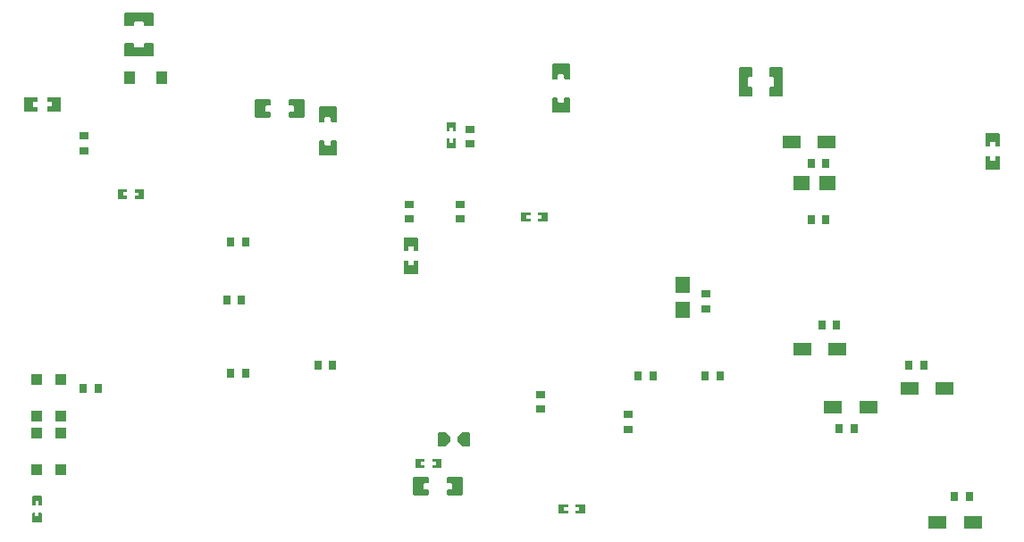
<source format=gbp>
G04 Layer: BottomPasteMaskLayer*
G04 EasyEDA Pro v2.2.42.2, 2025-09-26 15:24:21*
G04 Gerber Generator version 0.3*
G04 Scale: 100 percent, Rotated: No, Reflected: No*
G04 Dimensions in millimeters*
G04 Leading zeros omitted, absolute positions, 4 integers and 5 decimals*
G04 Generated by one-click*
%FSLAX45Y45*%
%MOMM*%
%ADD10R,0.8X0.9*%
%ADD11R,0.9X0.8*%
%ADD12R,1.7575X1.29601*%
%ADD13R,1.5X1.3589*%
%ADD14R,1.3589X1.5*%
%ADD15R,1.0X1.2*%
%ADD16R,1.0091X1.1*%
%ADD17R,1.0X1.1*%
G75*


G04 PolygonModel Start*
G36*
G01X4280400Y-3207702D02*
G01X4152402Y-3207702D01*
G01X4147401Y-3212704D01*
G01X4147401Y-3327705D01*
G01X4152402Y-3332704D01*
G01X4193405Y-3333206D01*
G01X4193405Y-3288205D01*
G01X4238404Y-3288205D01*
G01X4238404Y-3332206D01*
G01X4280400Y-3332704D01*
G01X4285402Y-3327705D01*
G01X4285402Y-3212704D01*
G01X4280400Y-3207702D01*
G37*
G36*
G01X4152400Y-3548697D02*
G01X4280398Y-3548697D01*
G01X4285399Y-3543696D01*
G01X4285399Y-3428695D01*
G01X4280398Y-3423696D01*
G01X4239395Y-3423194D01*
G01X4239395Y-3468195D01*
G01X4194396Y-3468195D01*
G01X4194396Y-3424194D01*
G01X4152400Y-3423696D01*
G01X4147398Y-3428695D01*
G01X4147398Y-3543696D01*
G01X4152400Y-3548697D01*
G37*
G36*
G01X5562399Y-1705699D02*
G01X5599425Y-1705699D01*
G01X5609425Y-1695699D01*
G01X5609425Y-1665209D01*
G01X5619425Y-1655209D01*
G01X5658175Y-1655209D01*
G01X5668175Y-1665209D01*
G01X5668175Y-1695699D01*
G01X5678175Y-1705699D01*
G01X5715201Y-1705699D01*
G01X5725201Y-1695699D01*
G01X5725201Y-1567200D01*
G01X5715201Y-1557200D01*
G01X5562399Y-1557200D01*
G01X5552399Y-1567200D01*
G01X5552399Y-1695699D01*
G01X5562399Y-1705699D01*
G37*
G36*
G01X5562399Y-1875701D02*
G01X5599425Y-1875701D01*
G01X5609425Y-1885701D01*
G01X5609425Y-1916191D01*
G01X5619425Y-1926191D01*
G01X5658175Y-1926191D01*
G01X5668175Y-1916191D01*
G01X5668175Y-1885701D01*
G01X5678175Y-1875701D01*
G01X5715201Y-1875701D01*
G01X5725201Y-1885701D01*
G01X5725201Y-2014200D01*
G01X5715201Y-2024200D01*
G01X5562399Y-2024200D01*
G01X5552399Y-2014200D01*
G01X5552399Y-1885701D01*
G01X5562399Y-1875701D01*
G37*
G36*
G01X5265298Y-2964901D02*
G01X5345298Y-2964901D01*
G01X5350299Y-2969903D01*
G01X5350299Y-2992699D01*
G01X5313299Y-2992699D01*
G01X5313299Y-3025699D01*
G01X5350299Y-3025699D01*
G01X5350299Y-3049902D01*
G01X5345298Y-3054901D01*
G01X5265298Y-3054901D01*
G01X5260299Y-3049902D01*
G01X5260299Y-2969903D01*
G01X5265298Y-2964901D01*
G37*
G36*
G01X5504302Y-3054899D02*
G01X5424302Y-3054899D01*
G01X5419301Y-3049897D01*
G01X5419301Y-3027101D01*
G01X5456301Y-3027101D01*
G01X5456301Y-2994101D01*
G01X5419301Y-2994101D01*
G01X5419301Y-2969898D01*
G01X5424302Y-2964899D01*
G01X5504302Y-2964899D01*
G01X5509301Y-2969898D01*
G01X5509301Y-3049897D01*
G01X5504302Y-3054899D01*
G37*
G36*
G01X4642399Y-2115698D02*
G01X4642399Y-2195698D01*
G01X4637397Y-2200699D01*
G01X4614601Y-2200699D01*
G01X4614601Y-2163699D01*
G01X4581601Y-2163699D01*
G01X4581601Y-2200699D01*
G01X4557398Y-2200699D01*
G01X4552399Y-2195698D01*
G01X4552399Y-2115698D01*
G01X4557398Y-2110699D01*
G01X4637397Y-2110699D01*
G01X4642399Y-2115698D01*
G37*
G36*
G01X4552401Y-2354702D02*
G01X4552401Y-2274702D01*
G01X4557403Y-2269701D01*
G01X4580199Y-2269701D01*
G01X4580199Y-2306701D01*
G01X4613199Y-2306701D01*
G01X4613199Y-2269701D01*
G01X4637402Y-2269701D01*
G01X4642401Y-2274702D01*
G01X4642401Y-2354702D01*
G01X4637402Y-2359701D01*
G01X4557403Y-2359701D01*
G01X4552401Y-2354702D01*
G37*
G36*
G01X5859902Y-5823499D02*
G01X5779902Y-5823499D01*
G01X5774901Y-5818497D01*
G01X5774901Y-5795701D01*
G01X5811901Y-5795701D01*
G01X5811901Y-5762701D01*
G01X5774901Y-5762701D01*
G01X5774901Y-5738498D01*
G01X5779902Y-5733499D01*
G01X5859902Y-5733499D01*
G01X5864901Y-5738498D01*
G01X5864901Y-5818497D01*
G01X5859902Y-5823499D01*
G37*
G36*
G01X5620898Y-5733501D02*
G01X5700898Y-5733501D01*
G01X5705899Y-5738503D01*
G01X5705899Y-5761299D01*
G01X5668899Y-5761299D01*
G01X5668899Y-5794299D01*
G01X5705899Y-5794299D01*
G01X5705899Y-5818502D01*
G01X5700898Y-5823501D01*
G01X5620898Y-5823501D01*
G01X5615899Y-5818502D01*
G01X5615899Y-5738503D01*
G01X5620898Y-5733501D01*
G37*
G36*
G01X628101Y-5898002D02*
G01X628101Y-5818002D01*
G01X633103Y-5813001D01*
G01X655899Y-5813001D01*
G01X655899Y-5850001D01*
G01X688899Y-5850001D01*
G01X688899Y-5813001D01*
G01X713102Y-5813001D01*
G01X718101Y-5818002D01*
G01X718101Y-5898002D01*
G01X713102Y-5903001D01*
G01X633103Y-5903001D01*
G01X628101Y-5898002D01*
G37*
G36*
G01X718099Y-5658998D02*
G01X718099Y-5738998D01*
G01X713097Y-5743999D01*
G01X690301Y-5743999D01*
G01X690301Y-5706999D01*
G01X657301Y-5706999D01*
G01X657301Y-5743999D01*
G01X633098Y-5743999D01*
G01X628099Y-5738998D01*
G01X628099Y-5658998D01*
G01X633098Y-5653999D01*
G01X713097Y-5653999D01*
G01X718099Y-5658998D01*
G37*
G36*
G01X3505401Y-2282101D02*
G01X3468375Y-2282101D01*
G01X3458375Y-2292101D01*
G01X3458375Y-2322591D01*
G01X3448375Y-2332591D01*
G01X3409625Y-2332591D01*
G01X3399625Y-2322591D01*
G01X3399625Y-2292101D01*
G01X3389625Y-2282101D01*
G01X3352599Y-2282101D01*
G01X3342599Y-2292101D01*
G01X3342599Y-2420600D01*
G01X3352599Y-2430600D01*
G01X3505401Y-2430600D01*
G01X3515401Y-2420600D01*
G01X3515401Y-2292101D01*
G01X3505401Y-2282101D01*
G37*
G36*
G01X3505401Y-2112099D02*
G01X3468375Y-2112099D01*
G01X3458375Y-2102099D01*
G01X3458375Y-2071609D01*
G01X3448375Y-2061609D01*
G01X3409625Y-2061609D01*
G01X3399625Y-2071609D01*
G01X3399625Y-2102099D01*
G01X3389625Y-2112099D01*
G01X3352599Y-2112099D01*
G01X3342599Y-2102099D01*
G01X3342599Y-1973600D01*
G01X3352599Y-1963600D01*
G01X3505401Y-1963600D01*
G01X3515401Y-1973600D01*
G01X3515401Y-2102099D01*
G01X3505401Y-2112099D01*
G37*
G36*
G01X3056801Y-1904799D02*
G01X3056801Y-1941825D01*
G01X3066801Y-1951825D01*
G01X3097291Y-1951825D01*
G01X3107291Y-1961825D01*
G01X3107291Y-2000575D01*
G01X3097291Y-2010575D01*
G01X3066801Y-2010575D01*
G01X3056801Y-2020575D01*
G01X3056801Y-2057601D01*
G01X3066801Y-2067601D01*
G01X3195300Y-2067601D01*
G01X3205300Y-2057601D01*
G01X3205300Y-1904799D01*
G01X3195300Y-1894799D01*
G01X3066801Y-1894799D01*
G01X3056801Y-1904799D01*
G37*
G36*
G01X2886799Y-1904799D02*
G01X2886799Y-1941825D01*
G01X2876799Y-1951825D01*
G01X2846309Y-1951825D01*
G01X2836309Y-1961825D01*
G01X2836309Y-2000575D01*
G01X2846309Y-2010575D01*
G01X2876799Y-2010575D01*
G01X2886799Y-2020575D01*
G01X2886799Y-2057601D01*
G01X2876799Y-2067601D01*
G01X2748300Y-2067601D01*
G01X2738300Y-2057601D01*
G01X2738300Y-1904799D01*
G01X2748300Y-1894799D01*
G01X2876799Y-1894799D01*
G01X2886799Y-1904799D01*
G37*
G36*
G01X4385399Y-5639001D02*
G01X4385399Y-5601975D01*
G01X4375399Y-5591975D01*
G01X4344909Y-5591975D01*
G01X4334909Y-5581975D01*
G01X4334909Y-5543225D01*
G01X4344909Y-5533225D01*
G01X4375399Y-5533225D01*
G01X4385399Y-5523225D01*
G01X4385399Y-5486199D01*
G01X4375399Y-5476199D01*
G01X4246900Y-5476199D01*
G01X4236900Y-5486199D01*
G01X4236900Y-5639001D01*
G01X4246900Y-5649001D01*
G01X4375399Y-5649001D01*
G01X4385399Y-5639001D01*
G37*
G36*
G01X4555401Y-5639001D02*
G01X4555401Y-5601975D01*
G01X4565401Y-5591975D01*
G01X4595891Y-5591975D01*
G01X4605891Y-5581975D01*
G01X4605891Y-5543225D01*
G01X4595891Y-5533225D01*
G01X4565401Y-5533225D01*
G01X4555401Y-5523225D01*
G01X4555401Y-5486199D01*
G01X4565401Y-5476199D01*
G01X4693900Y-5476199D01*
G01X4703900Y-5486199D01*
G01X4703900Y-5639001D01*
G01X4693900Y-5649001D01*
G01X4565401Y-5649001D01*
G01X4555401Y-5639001D01*
G37*
G36*
G01X4658799Y-5140124D02*
G01X4658799Y-5096063D01*
G01X4697306Y-5049248D01*
G01X4766053Y-5049248D01*
G01X4776053Y-5059248D01*
G01X4776053Y-5176944D01*
G01X4766053Y-5186944D01*
G01X4697306Y-5186944D01*
G01X4658799Y-5140124D01*
G37*
G36*
G01X4586801Y-5140124D02*
G01X4586801Y-5096063D01*
G01X4548294Y-5049248D01*
G01X4479547Y-5049248D01*
G01X4469547Y-5059248D01*
G01X4469547Y-5176944D01*
G01X4479547Y-5186944D01*
G01X4548294Y-5186944D01*
G01X4586801Y-5140124D01*
G37*
G36*
G01X4261998Y-5301701D02*
G01X4341998Y-5301701D01*
G01X4346999Y-5306703D01*
G01X4346999Y-5329499D01*
G01X4309999Y-5329499D01*
G01X4309999Y-5362499D01*
G01X4346999Y-5362499D01*
G01X4346999Y-5386702D01*
G01X4341998Y-5391701D01*
G01X4261998Y-5391701D01*
G01X4256999Y-5386702D01*
G01X4256999Y-5306703D01*
G01X4261998Y-5301701D01*
G37*
G36*
G01X4416999Y-5306703D02*
G01X4416999Y-5329499D01*
G01X4454997Y-5329499D01*
G01X4454997Y-5362499D01*
G01X4416999Y-5362499D01*
G01X4416999Y-5386702D01*
G01X4421998Y-5391701D01*
G01X4500997Y-5391701D01*
G01X4505998Y-5386702D01*
G01X4505998Y-5306703D01*
G01X4500997Y-5301701D01*
G01X4421998Y-5301701D01*
G01X4416999Y-5306703D01*
G37*
G36*
G01X7611100Y-1596799D02*
G01X7611100Y-1669463D01*
G01X7621100Y-1679463D01*
G01X7644707Y-1679463D01*
G01X7654707Y-1689463D01*
G01X7654707Y-1764937D01*
G01X7644707Y-1774937D01*
G01X7621100Y-1774937D01*
G01X7611100Y-1784937D01*
G01X7611100Y-1857601D01*
G01X7621100Y-1867601D01*
G01X7729352Y-1867601D01*
G01X7739352Y-1857601D01*
G01X7739352Y-1596799D01*
G01X7729352Y-1586799D01*
G01X7621100Y-1586799D01*
G01X7611100Y-1596799D01*
G37*
G36*
G01X7451100Y-1596799D02*
G01X7451100Y-1669463D01*
G01X7441100Y-1679463D01*
G01X7417493Y-1679463D01*
G01X7407493Y-1689463D01*
G01X7407493Y-1764937D01*
G01X7417493Y-1774937D01*
G01X7441100Y-1774937D01*
G01X7451100Y-1784937D01*
G01X7451100Y-1857601D01*
G01X7441100Y-1867601D01*
G01X7332848Y-1867601D01*
G01X7322848Y-1857601D01*
G01X7322848Y-1596799D01*
G01X7332848Y-1586799D01*
G01X7441100Y-1586799D01*
G01X7451100Y-1596799D01*
G37*
G36*
G01X1768701Y-1362700D02*
G01X1696037Y-1362700D01*
G01X1686037Y-1372700D01*
G01X1686037Y-1396307D01*
G01X1676037Y-1406307D01*
G01X1600563Y-1406307D01*
G01X1590563Y-1396307D01*
G01X1590563Y-1372700D01*
G01X1580563Y-1362700D01*
G01X1507899Y-1362700D01*
G01X1497899Y-1372700D01*
G01X1497899Y-1480952D01*
G01X1507899Y-1490952D01*
G01X1768701Y-1490952D01*
G01X1778701Y-1480952D01*
G01X1778701Y-1372700D01*
G01X1768701Y-1362700D01*
G37*
G36*
G01X1768701Y-1202700D02*
G01X1696037Y-1202700D01*
G01X1686037Y-1192700D01*
G01X1686037Y-1169093D01*
G01X1676037Y-1159093D01*
G01X1600563Y-1159093D01*
G01X1590563Y-1169093D01*
G01X1590563Y-1192700D01*
G01X1580563Y-1202700D01*
G01X1507899Y-1202700D01*
G01X1497899Y-1192700D01*
G01X1497899Y-1084448D01*
G01X1507899Y-1074448D01*
G01X1768701Y-1074448D01*
G01X1778701Y-1084448D01*
G01X1778701Y-1192700D01*
G01X1768701Y-1202700D01*
G37*
G36*
G01X9792200Y-2217102D02*
G01X9664202Y-2217102D01*
G01X9659201Y-2222104D01*
G01X9659201Y-2337105D01*
G01X9664202Y-2342104D01*
G01X9705205Y-2342606D01*
G01X9705205Y-2297605D01*
G01X9750204Y-2297605D01*
G01X9750204Y-2341606D01*
G01X9792200Y-2342104D01*
G01X9797202Y-2337105D01*
G01X9797202Y-2222104D01*
G01X9792200Y-2217102D01*
G37*
G36*
G01X9664200Y-2558097D02*
G01X9792198Y-2558097D01*
G01X9797199Y-2553096D01*
G01X9797199Y-2438095D01*
G01X9792198Y-2433096D01*
G01X9751195Y-2432594D01*
G01X9751195Y-2477595D01*
G01X9706196Y-2477595D01*
G01X9706196Y-2433594D01*
G01X9664200Y-2433096D01*
G01X9659198Y-2438095D01*
G01X9659198Y-2553096D01*
G01X9664200Y-2558097D01*
G37*
G36*
G01X553403Y-1879100D02*
G01X553403Y-2007098D01*
G01X558404Y-2012099D01*
G01X673405Y-2012099D01*
G01X678404Y-2007098D01*
G01X678906Y-1966095D01*
G01X633905Y-1966095D01*
G01X633905Y-1921096D01*
G01X677906Y-1921096D01*
G01X678404Y-1879100D01*
G01X673405Y-1874098D01*
G01X558404Y-1874098D01*
G01X553403Y-1879100D01*
G37*
G36*
G01X894398Y-2007100D02*
G01X894398Y-1879102D01*
G01X889396Y-1874101D01*
G01X774395Y-1874101D01*
G01X769396Y-1879102D01*
G01X768894Y-1920105D01*
G01X813895Y-1920105D01*
G01X813895Y-1965104D01*
G01X769894Y-1965104D01*
G01X769396Y-2007100D01*
G01X774395Y-2012102D01*
G01X889396Y-2012102D01*
G01X894398Y-2007100D01*
G37*
G36*
G01X1681602Y-2838999D02*
G01X1601602Y-2838999D01*
G01X1596601Y-2833997D01*
G01X1596601Y-2811201D01*
G01X1633601Y-2811201D01*
G01X1633601Y-2778201D01*
G01X1596601Y-2778201D01*
G01X1596601Y-2753998D01*
G01X1601602Y-2748999D01*
G01X1681602Y-2748999D01*
G01X1686601Y-2753998D01*
G01X1686601Y-2833997D01*
G01X1681602Y-2838999D01*
G37*
G36*
G01X1442598Y-2749001D02*
G01X1522598Y-2749001D01*
G01X1527599Y-2754003D01*
G01X1527599Y-2776799D01*
G01X1490599Y-2776799D01*
G01X1490599Y-2809799D01*
G01X1527599Y-2809799D01*
G01X1527599Y-2834002D01*
G01X1522598Y-2839001D01*
G01X1442598Y-2839001D01*
G01X1437599Y-2834002D01*
G01X1437599Y-2754003D01*
G01X1442598Y-2749001D01*
G37*

G04 Pad Start*
G54D10*
G01X3333598Y-4419600D03*
G01X3473602Y-4419600D03*
G54D11*
G01X4203700Y-3029102D03*
G01X4203700Y-2889098D03*
G01X4686300Y-2889098D03*
G01X4686300Y-3029102D03*
G01X4775200Y-2317902D03*
G01X4775200Y-2177898D03*
G01X1117600Y-2241398D03*
G01X1117600Y-2381402D03*
G54D10*
G01X7003898Y-4521200D03*
G01X7143902Y-4521200D03*
G01X6368898Y-4521200D03*
G01X6508902Y-4521200D03*
G01X8147202Y-2501900D03*
G01X8007198Y-2501900D03*
G01X8007198Y-3035300D03*
G01X8147202Y-3035300D03*
G01X8248802Y-4038600D03*
G01X8108798Y-4038600D03*
G01X8273898Y-5016500D03*
G01X8413902Y-5016500D03*
G54D12*
G01X8213369Y-4813300D03*
G01X8550631Y-4813300D03*
G01X8258531Y-4267200D03*
G01X7921269Y-4267200D03*
G01X8156931Y-2298700D03*
G01X7819669Y-2298700D03*
G54D11*
G01X7010400Y-3880002D03*
G01X7010400Y-3739998D03*
G54D13*
G01X8159090Y-2692400D03*
G01X7919110Y-2692400D03*
G54D14*
G01X6794500Y-3891890D03*
G01X6794500Y-3651910D03*
G54D11*
G01X6273800Y-5023002D03*
G01X6273800Y-4882998D03*
G01X5448300Y-4832502D03*
G01X5448300Y-4692498D03*
G54D10*
G01X1111098Y-4635500D03*
G01X1251102Y-4635500D03*
G01X2649652Y-4495259D03*
G01X2509647Y-4495259D03*
G01X2469998Y-3797300D03*
G01X2610002Y-3797300D03*
G01X2506548Y-3251741D03*
G01X2646553Y-3251741D03*
G54D15*
G01X1546809Y-1689100D03*
G01X1856791Y-1689100D03*
G54D17*
G01X901700Y-5058905D03*
G01X901700Y-5405895D03*
G01X673100Y-5405895D03*
G01X673100Y-5058905D03*
G01X673100Y-4550905D03*
G01X673100Y-4897895D03*
G01X901700Y-4897895D03*
G01X901700Y-4550905D03*
G54D12*
G01X8937269Y-4635500D03*
G01X9274531Y-4635500D03*
G54D10*
G01X8934298Y-4419600D03*
G01X9074302Y-4419600D03*
G54D12*
G01X9541231Y-5905500D03*
G01X9203969Y-5905500D03*
G54D10*
G01X9506102Y-5664200D03*
G01X9366098Y-5664200D03*
G04 Pad End*

M02*


</source>
